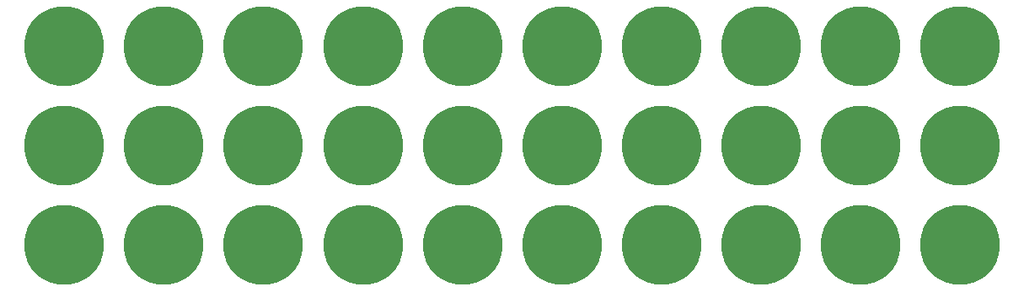
<source format=gts>
G04 #@! TF.GenerationSoftware,KiCad,Pcbnew,(6.0.8)*
G04 #@! TF.CreationDate,2023-02-24T13:50:23-06:00*
G04 #@! TF.ProjectId,comb_electrodes,636f6d62-5f65-46c6-9563-74726f646573,rev?*
G04 #@! TF.SameCoordinates,Original*
G04 #@! TF.FileFunction,Soldermask,Top*
G04 #@! TF.FilePolarity,Negative*
%FSLAX46Y46*%
G04 Gerber Fmt 4.6, Leading zero omitted, Abs format (unit mm)*
G04 Created by KiCad (PCBNEW (6.0.8)) date 2023-02-24 13:50:23*
%MOMM*%
%LPD*%
G01*
G04 APERTURE LIST*
%ADD10C,8.000000*%
G04 APERTURE END LIST*
D10*
X185750000Y-81438000D03*
X185750000Y-91438000D03*
X235750000Y-81438000D03*
X175750000Y-81438000D03*
X195750000Y-91438000D03*
X255750000Y-91438000D03*
X225750000Y-71438000D03*
X165750000Y-71438000D03*
X195750000Y-71438000D03*
X185750000Y-71438000D03*
X205750000Y-71438000D03*
X175750000Y-71438000D03*
X225750000Y-91438000D03*
X215750000Y-71438000D03*
X215750000Y-91438000D03*
X245750000Y-71438000D03*
X205750000Y-91438000D03*
X195750000Y-81438000D03*
X245750000Y-91438000D03*
X205750000Y-81438000D03*
X165750000Y-91438000D03*
X245750000Y-81438000D03*
X175750000Y-91438000D03*
X225750000Y-81438000D03*
X235750000Y-91438000D03*
X215750000Y-81438000D03*
X165750000Y-81438000D03*
X235750000Y-71438000D03*
X255750000Y-71438000D03*
X255750000Y-81438000D03*
M02*

</source>
